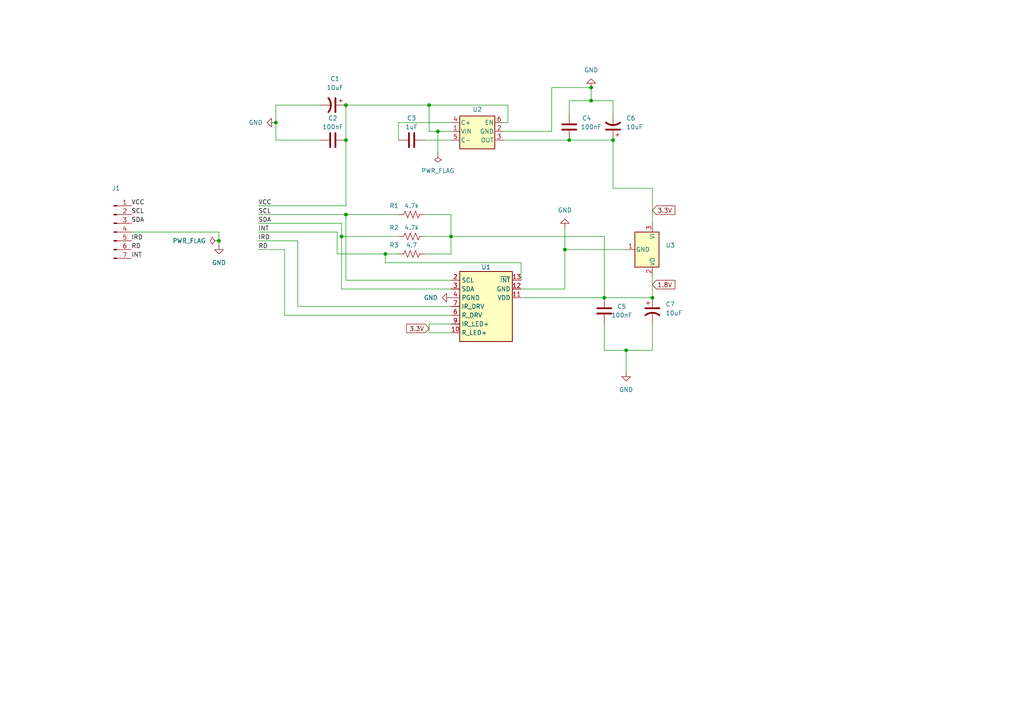
<source format=kicad_sch>
(kicad_sch
	(version 20231120)
	(generator "eeschema")
	(generator_version "8.0")
	(uuid "e4e56c97-01bd-4ae7-a008-900f00dab006")
	(paper "A4")
	(title_block
		(title "Heart Rate Sensor Monitor")
		(date "2024-07-23")
		(company "Prince Lee Muhera")
	)
	(lib_symbols
		(symbol "Connector:Conn_01x07_Pin"
			(pin_names
				(offset 1.016) hide)
			(exclude_from_sim no)
			(in_bom yes)
			(on_board yes)
			(property "Reference" "J"
				(at 0 10.16 0)
				(effects
					(font
						(size 1.27 1.27)
					)
				)
			)
			(property "Value" "Conn_01x07_Pin"
				(at 0 -10.16 0)
				(effects
					(font
						(size 1.27 1.27)
					)
				)
			)
			(property "Footprint" ""
				(at 0 0 0)
				(effects
					(font
						(size 1.27 1.27)
					)
					(hide yes)
				)
			)
			(property "Datasheet" "~"
				(at 0 0 0)
				(effects
					(font
						(size 1.27 1.27)
					)
					(hide yes)
				)
			)
			(property "Description" "Generic connector, single row, 01x07, script generated"
				(at 0 0 0)
				(effects
					(font
						(size 1.27 1.27)
					)
					(hide yes)
				)
			)
			(property "ki_locked" ""
				(at 0 0 0)
				(effects
					(font
						(size 1.27 1.27)
					)
				)
			)
			(property "ki_keywords" "connector"
				(at 0 0 0)
				(effects
					(font
						(size 1.27 1.27)
					)
					(hide yes)
				)
			)
			(property "ki_fp_filters" "Connector*:*_1x??_*"
				(at 0 0 0)
				(effects
					(font
						(size 1.27 1.27)
					)
					(hide yes)
				)
			)
			(symbol "Conn_01x07_Pin_1_1"
				(polyline
					(pts
						(xy 1.27 -7.62) (xy 0.8636 -7.62)
					)
					(stroke
						(width 0.1524)
						(type default)
					)
					(fill
						(type none)
					)
				)
				(polyline
					(pts
						(xy 1.27 -5.08) (xy 0.8636 -5.08)
					)
					(stroke
						(width 0.1524)
						(type default)
					)
					(fill
						(type none)
					)
				)
				(polyline
					(pts
						(xy 1.27 -2.54) (xy 0.8636 -2.54)
					)
					(stroke
						(width 0.1524)
						(type default)
					)
					(fill
						(type none)
					)
				)
				(polyline
					(pts
						(xy 1.27 0) (xy 0.8636 0)
					)
					(stroke
						(width 0.1524)
						(type default)
					)
					(fill
						(type none)
					)
				)
				(polyline
					(pts
						(xy 1.27 2.54) (xy 0.8636 2.54)
					)
					(stroke
						(width 0.1524)
						(type default)
					)
					(fill
						(type none)
					)
				)
				(polyline
					(pts
						(xy 1.27 5.08) (xy 0.8636 5.08)
					)
					(stroke
						(width 0.1524)
						(type default)
					)
					(fill
						(type none)
					)
				)
				(polyline
					(pts
						(xy 1.27 7.62) (xy 0.8636 7.62)
					)
					(stroke
						(width 0.1524)
						(type default)
					)
					(fill
						(type none)
					)
				)
				(rectangle
					(start 0.8636 -7.493)
					(end 0 -7.747)
					(stroke
						(width 0.1524)
						(type default)
					)
					(fill
						(type outline)
					)
				)
				(rectangle
					(start 0.8636 -4.953)
					(end 0 -5.207)
					(stroke
						(width 0.1524)
						(type default)
					)
					(fill
						(type outline)
					)
				)
				(rectangle
					(start 0.8636 -2.413)
					(end 0 -2.667)
					(stroke
						(width 0.1524)
						(type default)
					)
					(fill
						(type outline)
					)
				)
				(rectangle
					(start 0.8636 0.127)
					(end 0 -0.127)
					(stroke
						(width 0.1524)
						(type default)
					)
					(fill
						(type outline)
					)
				)
				(rectangle
					(start 0.8636 2.667)
					(end 0 2.413)
					(stroke
						(width 0.1524)
						(type default)
					)
					(fill
						(type outline)
					)
				)
				(rectangle
					(start 0.8636 5.207)
					(end 0 4.953)
					(stroke
						(width 0.1524)
						(type default)
					)
					(fill
						(type outline)
					)
				)
				(rectangle
					(start 0.8636 7.747)
					(end 0 7.493)
					(stroke
						(width 0.1524)
						(type default)
					)
					(fill
						(type outline)
					)
				)
				(pin passive line
					(at 5.08 7.62 180)
					(length 3.81)
					(name "Pin_1"
						(effects
							(font
								(size 1.27 1.27)
							)
						)
					)
					(number "1"
						(effects
							(font
								(size 1.27 1.27)
							)
						)
					)
				)
				(pin passive line
					(at 5.08 5.08 180)
					(length 3.81)
					(name "Pin_2"
						(effects
							(font
								(size 1.27 1.27)
							)
						)
					)
					(number "2"
						(effects
							(font
								(size 1.27 1.27)
							)
						)
					)
				)
				(pin passive line
					(at 5.08 2.54 180)
					(length 3.81)
					(name "Pin_3"
						(effects
							(font
								(size 1.27 1.27)
							)
						)
					)
					(number "3"
						(effects
							(font
								(size 1.27 1.27)
							)
						)
					)
				)
				(pin passive line
					(at 5.08 0 180)
					(length 3.81)
					(name "Pin_4"
						(effects
							(font
								(size 1.27 1.27)
							)
						)
					)
					(number "4"
						(effects
							(font
								(size 1.27 1.27)
							)
						)
					)
				)
				(pin passive line
					(at 5.08 -2.54 180)
					(length 3.81)
					(name "Pin_5"
						(effects
							(font
								(size 1.27 1.27)
							)
						)
					)
					(number "5"
						(effects
							(font
								(size 1.27 1.27)
							)
						)
					)
				)
				(pin passive line
					(at 5.08 -5.08 180)
					(length 3.81)
					(name "Pin_6"
						(effects
							(font
								(size 1.27 1.27)
							)
						)
					)
					(number "6"
						(effects
							(font
								(size 1.27 1.27)
							)
						)
					)
				)
				(pin passive line
					(at 5.08 -7.62 180)
					(length 3.81)
					(name "Pin_7"
						(effects
							(font
								(size 1.27 1.27)
							)
						)
					)
					(number "7"
						(effects
							(font
								(size 1.27 1.27)
							)
						)
					)
				)
			)
		)
		(symbol "Device:C"
			(pin_numbers hide)
			(pin_names
				(offset 0.254)
			)
			(exclude_from_sim no)
			(in_bom yes)
			(on_board yes)
			(property "Reference" "C"
				(at 0.635 2.54 0)
				(effects
					(font
						(size 1.27 1.27)
					)
					(justify left)
				)
			)
			(property "Value" "C"
				(at 0.635 -2.54 0)
				(effects
					(font
						(size 1.27 1.27)
					)
					(justify left)
				)
			)
			(property "Footprint" ""
				(at 0.9652 -3.81 0)
				(effects
					(font
						(size 1.27 1.27)
					)
					(hide yes)
				)
			)
			(property "Datasheet" "~"
				(at 0 0 0)
				(effects
					(font
						(size 1.27 1.27)
					)
					(hide yes)
				)
			)
			(property "Description" "Unpolarized capacitor"
				(at 0 0 0)
				(effects
					(font
						(size 1.27 1.27)
					)
					(hide yes)
				)
			)
			(property "ki_keywords" "cap capacitor"
				(at 0 0 0)
				(effects
					(font
						(size 1.27 1.27)
					)
					(hide yes)
				)
			)
			(property "ki_fp_filters" "C_*"
				(at 0 0 0)
				(effects
					(font
						(size 1.27 1.27)
					)
					(hide yes)
				)
			)
			(symbol "C_0_1"
				(polyline
					(pts
						(xy -2.032 -0.762) (xy 2.032 -0.762)
					)
					(stroke
						(width 0.508)
						(type default)
					)
					(fill
						(type none)
					)
				)
				(polyline
					(pts
						(xy -2.032 0.762) (xy 2.032 0.762)
					)
					(stroke
						(width 0.508)
						(type default)
					)
					(fill
						(type none)
					)
				)
			)
			(symbol "C_1_1"
				(pin passive line
					(at 0 3.81 270)
					(length 2.794)
					(name "~"
						(effects
							(font
								(size 1.27 1.27)
							)
						)
					)
					(number "1"
						(effects
							(font
								(size 1.27 1.27)
							)
						)
					)
				)
				(pin passive line
					(at 0 -3.81 90)
					(length 2.794)
					(name "~"
						(effects
							(font
								(size 1.27 1.27)
							)
						)
					)
					(number "2"
						(effects
							(font
								(size 1.27 1.27)
							)
						)
					)
				)
			)
		)
		(symbol "Device:C_Polarized_US"
			(pin_numbers hide)
			(pin_names
				(offset 0.254) hide)
			(exclude_from_sim no)
			(in_bom yes)
			(on_board yes)
			(property "Reference" "C"
				(at 0.635 2.54 0)
				(effects
					(font
						(size 1.27 1.27)
					)
					(justify left)
				)
			)
			(property "Value" "C_Polarized_US"
				(at 0.635 -2.54 0)
				(effects
					(font
						(size 1.27 1.27)
					)
					(justify left)
				)
			)
			(property "Footprint" ""
				(at 0 0 0)
				(effects
					(font
						(size 1.27 1.27)
					)
					(hide yes)
				)
			)
			(property "Datasheet" "~"
				(at 0 0 0)
				(effects
					(font
						(size 1.27 1.27)
					)
					(hide yes)
				)
			)
			(property "Description" "Polarized capacitor, US symbol"
				(at 0 0 0)
				(effects
					(font
						(size 1.27 1.27)
					)
					(hide yes)
				)
			)
			(property "ki_keywords" "cap capacitor"
				(at 0 0 0)
				(effects
					(font
						(size 1.27 1.27)
					)
					(hide yes)
				)
			)
			(property "ki_fp_filters" "CP_*"
				(at 0 0 0)
				(effects
					(font
						(size 1.27 1.27)
					)
					(hide yes)
				)
			)
			(symbol "C_Polarized_US_0_1"
				(polyline
					(pts
						(xy -2.032 0.762) (xy 2.032 0.762)
					)
					(stroke
						(width 0.508)
						(type default)
					)
					(fill
						(type none)
					)
				)
				(polyline
					(pts
						(xy -1.778 2.286) (xy -0.762 2.286)
					)
					(stroke
						(width 0)
						(type default)
					)
					(fill
						(type none)
					)
				)
				(polyline
					(pts
						(xy -1.27 1.778) (xy -1.27 2.794)
					)
					(stroke
						(width 0)
						(type default)
					)
					(fill
						(type none)
					)
				)
				(arc
					(start 2.032 -1.27)
					(mid 0 -0.5572)
					(end -2.032 -1.27)
					(stroke
						(width 0.508)
						(type default)
					)
					(fill
						(type none)
					)
				)
			)
			(symbol "C_Polarized_US_1_1"
				(pin passive line
					(at 0 3.81 270)
					(length 2.794)
					(name "~"
						(effects
							(font
								(size 1.27 1.27)
							)
						)
					)
					(number "1"
						(effects
							(font
								(size 1.27 1.27)
							)
						)
					)
				)
				(pin passive line
					(at 0 -3.81 90)
					(length 3.302)
					(name "~"
						(effects
							(font
								(size 1.27 1.27)
							)
						)
					)
					(number "2"
						(effects
							(font
								(size 1.27 1.27)
							)
						)
					)
				)
			)
		)
		(symbol "Device:R_US"
			(pin_numbers hide)
			(pin_names
				(offset 0)
			)
			(exclude_from_sim no)
			(in_bom yes)
			(on_board yes)
			(property "Reference" "R"
				(at 2.54 0 90)
				(effects
					(font
						(size 1.27 1.27)
					)
				)
			)
			(property "Value" "R_US"
				(at -2.54 0 90)
				(effects
					(font
						(size 1.27 1.27)
					)
				)
			)
			(property "Footprint" ""
				(at 1.016 -0.254 90)
				(effects
					(font
						(size 1.27 1.27)
					)
					(hide yes)
				)
			)
			(property "Datasheet" "~"
				(at 0 0 0)
				(effects
					(font
						(size 1.27 1.27)
					)
					(hide yes)
				)
			)
			(property "Description" "Resistor, US symbol"
				(at 0 0 0)
				(effects
					(font
						(size 1.27 1.27)
					)
					(hide yes)
				)
			)
			(property "ki_keywords" "R res resistor"
				(at 0 0 0)
				(effects
					(font
						(size 1.27 1.27)
					)
					(hide yes)
				)
			)
			(property "ki_fp_filters" "R_*"
				(at 0 0 0)
				(effects
					(font
						(size 1.27 1.27)
					)
					(hide yes)
				)
			)
			(symbol "R_US_0_1"
				(polyline
					(pts
						(xy 0 -2.286) (xy 0 -2.54)
					)
					(stroke
						(width 0)
						(type default)
					)
					(fill
						(type none)
					)
				)
				(polyline
					(pts
						(xy 0 2.286) (xy 0 2.54)
					)
					(stroke
						(width 0)
						(type default)
					)
					(fill
						(type none)
					)
				)
				(polyline
					(pts
						(xy 0 -0.762) (xy 1.016 -1.143) (xy 0 -1.524) (xy -1.016 -1.905) (xy 0 -2.286)
					)
					(stroke
						(width 0)
						(type default)
					)
					(fill
						(type none)
					)
				)
				(polyline
					(pts
						(xy 0 0.762) (xy 1.016 0.381) (xy 0 0) (xy -1.016 -0.381) (xy 0 -0.762)
					)
					(stroke
						(width 0)
						(type default)
					)
					(fill
						(type none)
					)
				)
				(polyline
					(pts
						(xy 0 2.286) (xy 1.016 1.905) (xy 0 1.524) (xy -1.016 1.143) (xy 0 0.762)
					)
					(stroke
						(width 0)
						(type default)
					)
					(fill
						(type none)
					)
				)
			)
			(symbol "R_US_1_1"
				(pin passive line
					(at 0 3.81 270)
					(length 1.27)
					(name "~"
						(effects
							(font
								(size 1.27 1.27)
							)
						)
					)
					(number "1"
						(effects
							(font
								(size 1.27 1.27)
							)
						)
					)
				)
				(pin passive line
					(at 0 -3.81 90)
					(length 1.27)
					(name "~"
						(effects
							(font
								(size 1.27 1.27)
							)
						)
					)
					(number "2"
						(effects
							(font
								(size 1.27 1.27)
							)
						)
					)
				)
			)
		)
		(symbol "Regulator_Linear:TLV70028_WSON6"
			(pin_names
				(offset 0.254)
			)
			(exclude_from_sim no)
			(in_bom yes)
			(on_board yes)
			(property "Reference" "U?"
				(at 0 8.89 0)
				(effects
					(font
						(size 1.27 1.27)
					)
				)
			)
			(property "Value" "TLV70028_WSON6"
				(at 0 6.35 0)
				(effects
					(font
						(size 1.27 1.27)
					)
				)
			)
			(property "Footprint" "Package_SON:WSON-6_1.5x1.5mm_P0.5mm"
				(at -0.254 16.256 0)
				(effects
					(font
						(size 1.27 1.27)
						(italic yes)
					)
					(hide yes)
				)
			)
			(property "Datasheet" "http://www.ti.com/lit/ds/symlink/tlv700.pdf"
				(at 0.254 21.082 0)
				(effects
					(font
						(size 1.27 1.27)
					)
					(hide yes)
				)
			)
			(property "Description" "200mA Low Dropout Voltage Regulator, Fixed Output 2.8V, WSON6"
				(at 0.254 19.812 0)
				(effects
					(font
						(size 1.27 1.27)
					)
					(hide yes)
				)
			)
			(property "ki_keywords" "200mA LDO Regulator Fixed Positive"
				(at 0 0 0)
				(effects
					(font
						(size 1.27 1.27)
					)
					(hide yes)
				)
			)
			(property "ki_fp_filters" "WSON*"
				(at 0 0 0)
				(effects
					(font
						(size 1.27 1.27)
					)
					(hide yes)
				)
			)
			(symbol "TLV70028_WSON6_0_1"
				(rectangle
					(start -5.08 4.445)
					(end 5.08 -5.08)
					(stroke
						(width 0.254)
						(type default)
					)
					(fill
						(type background)
					)
				)
			)
			(symbol "TLV70028_WSON6_1_1"
				(pin power_in line
					(at -7.62 0 0)
					(length 2.54)
					(name "VIN"
						(effects
							(font
								(size 1.27 1.27)
							)
						)
					)
					(number "1"
						(effects
							(font
								(size 1.27 1.27)
							)
						)
					)
				)
				(pin power_in line
					(at 7.62 0 180)
					(length 2.54)
					(name "GND"
						(effects
							(font
								(size 1.27 1.27)
							)
						)
					)
					(number "2"
						(effects
							(font
								(size 1.27 1.27)
							)
						)
					)
				)
				(pin power_out line
					(at 7.62 -2.54 180)
					(length 2.54)
					(name "OUT"
						(effects
							(font
								(size 1.27 1.27)
							)
						)
					)
					(number "3"
						(effects
							(font
								(size 1.27 1.27)
							)
						)
					)
				)
				(pin passive line
					(at -7.62 2.54 0)
					(length 2.54)
					(name "C+"
						(effects
							(font
								(size 1.27 1.27)
							)
						)
					)
					(number "4"
						(effects
							(font
								(size 1.27 1.27)
							)
						)
					)
				)
				(pin passive line
					(at -7.62 -2.54 0)
					(length 2.54)
					(name "C-"
						(effects
							(font
								(size 1.27 1.27)
							)
						)
					)
					(number "5"
						(effects
							(font
								(size 1.27 1.27)
							)
						)
					)
				)
				(pin input line
					(at 7.62 2.54 180)
					(length 2.54)
					(name "EN"
						(effects
							(font
								(size 1.27 1.27)
							)
						)
					)
					(number "6"
						(effects
							(font
								(size 1.27 1.27)
							)
						)
					)
				)
			)
		)
		(symbol "Regulator_Linear:TPS7A0512PDBZ"
			(pin_names
				(offset 0.254)
			)
			(exclude_from_sim no)
			(in_bom yes)
			(on_board yes)
			(property "Reference" "U"
				(at -3.81 3.175 0)
				(effects
					(font
						(size 1.27 1.27)
					)
				)
			)
			(property "Value" "TPS7A0512PDBZ"
				(at 0 3.175 0)
				(effects
					(font
						(size 1.27 1.27)
					)
					(justify left)
				)
			)
			(property "Footprint" "Package_TO_SOT_SMD:SOT-23"
				(at 0 5.08 0)
				(effects
					(font
						(size 1.27 1.27)
					)
					(hide yes)
				)
			)
			(property "Datasheet" "https://www.ti.com/lit/ds/symlink/tps7a05.pdf"
				(at 0 -1.27 0)
				(effects
					(font
						(size 1.27 1.27)
					)
					(hide yes)
				)
			)
			(property "Description" "200-mA Ultra-Low-Iq LDO, 1.2V, SOT-23-3"
				(at 0 0 0)
				(effects
					(font
						(size 1.27 1.27)
					)
					(hide yes)
				)
			)
			(property "ki_keywords" "Single Output LDO Low-Iq"
				(at 0 0 0)
				(effects
					(font
						(size 1.27 1.27)
					)
					(hide yes)
				)
			)
			(property "ki_fp_filters" "SOT?23*"
				(at 0 0 0)
				(effects
					(font
						(size 1.27 1.27)
					)
					(hide yes)
				)
			)
			(symbol "TPS7A0512PDBZ_0_1"
				(rectangle
					(start -5.08 -5.08)
					(end 5.08 1.905)
					(stroke
						(width 0.254)
						(type default)
					)
					(fill
						(type background)
					)
				)
			)
			(symbol "TPS7A0512PDBZ_1_1"
				(pin power_in line
					(at 0 -7.62 90)
					(length 2.54)
					(name "GND"
						(effects
							(font
								(size 1.27 1.27)
							)
						)
					)
					(number "1"
						(effects
							(font
								(size 1.27 1.27)
							)
						)
					)
				)
				(pin power_out line
					(at 7.62 0 180)
					(length 2.54)
					(name "VO"
						(effects
							(font
								(size 1.27 1.27)
							)
						)
					)
					(number "2"
						(effects
							(font
								(size 1.27 1.27)
							)
						)
					)
				)
				(pin power_in line
					(at -7.62 0 0)
					(length 2.54)
					(name "VI"
						(effects
							(font
								(size 1.27 1.27)
							)
						)
					)
					(number "3"
						(effects
							(font
								(size 1.27 1.27)
							)
						)
					)
				)
			)
		)
		(symbol "Sensor:MAX30102"
			(exclude_from_sim no)
			(in_bom yes)
			(on_board yes)
			(property "Reference" "U?"
				(at 0.254 13.97 0)
				(effects
					(font
						(size 1.27 1.27)
					)
				)
			)
			(property "Value" "MAX30102"
				(at 0.254 11.43 0)
				(effects
					(font
						(size 1.27 1.27)
					)
				)
			)
			(property "Footprint" "OptoDevice:Maxim_OLGA-14_3.3x5.6mm_P0.8mm"
				(at 39.37 82.296 0)
				(effects
					(font
						(size 1.27 1.27)
					)
					(hide yes)
				)
			)
			(property "Datasheet" "https://datasheets.maximintegrated.com/en/ds/MAX30102.pdf"
				(at 39.37 84.836 0)
				(effects
					(font
						(size 1.27 1.27)
					)
					(hide yes)
				)
			)
			(property "Description" "Heart Rate Sensor, 14-OLGA"
				(at 40.386 79.248 0)
				(effects
					(font
						(size 1.27 1.27)
					)
					(hide yes)
				)
			)
			(property "ki_keywords" "Heart Rate"
				(at 0 0 0)
				(effects
					(font
						(size 1.27 1.27)
					)
					(hide yes)
				)
			)
			(property "ki_fp_filters" "Maxim*OLGA*3.3x5.6mm*P0.8mm*"
				(at 0 0 0)
				(effects
					(font
						(size 1.27 1.27)
					)
					(hide yes)
				)
			)
			(symbol "MAX30102_0_1"
				(rectangle
					(start -7.62 10.16)
					(end 7.62 -10.16)
					(stroke
						(width 0.254)
						(type default)
					)
					(fill
						(type background)
					)
				)
			)
			(symbol "MAX30102_1_1"
				(pin no_connect line
					(at -20.32 17.78 0)
					(length 2.54) hide
					(name "NC"
						(effects
							(font
								(size 1.27 1.27)
							)
						)
					)
					(number "1"
						(effects
							(font
								(size 1.27 1.27)
							)
						)
					)
				)
				(pin passive line
					(at -10.16 -7.62 0)
					(length 2.54)
					(name "R_LED+"
						(effects
							(font
								(size 1.27 1.27)
							)
						)
					)
					(number "10"
						(effects
							(font
								(size 1.27 1.27)
							)
						)
					)
				)
				(pin power_in line
					(at 10.16 2.54 180)
					(length 2.54)
					(name "VDD"
						(effects
							(font
								(size 1.27 1.27)
							)
						)
					)
					(number "11"
						(effects
							(font
								(size 1.27 1.27)
							)
						)
					)
				)
				(pin power_in line
					(at 10.16 5.08 180)
					(length 2.54)
					(name "GND"
						(effects
							(font
								(size 1.27 1.27)
							)
						)
					)
					(number "12"
						(effects
							(font
								(size 1.27 1.27)
							)
						)
					)
				)
				(pin output line
					(at 10.16 7.62 180)
					(length 2.54)
					(name "~{INT}"
						(effects
							(font
								(size 1.27 1.27)
							)
						)
					)
					(number "13"
						(effects
							(font
								(size 1.27 1.27)
							)
						)
					)
				)
				(pin no_connect line
					(at -24.13 13.97 180)
					(length 2.54) hide
					(name "NC"
						(effects
							(font
								(size 1.27 1.27)
							)
						)
					)
					(number "14"
						(effects
							(font
								(size 1.27 1.27)
							)
						)
					)
				)
				(pin input line
					(at -10.16 7.62 0)
					(length 2.54)
					(name "SCL"
						(effects
							(font
								(size 1.27 1.27)
							)
						)
					)
					(number "2"
						(effects
							(font
								(size 1.27 1.27)
							)
						)
					)
				)
				(pin bidirectional line
					(at -10.16 5.08 0)
					(length 2.54)
					(name "SDA"
						(effects
							(font
								(size 1.27 1.27)
							)
						)
					)
					(number "3"
						(effects
							(font
								(size 1.27 1.27)
							)
						)
					)
				)
				(pin power_in line
					(at -10.16 2.54 0)
					(length 2.54)
					(name "PGND"
						(effects
							(font
								(size 1.27 1.27)
							)
						)
					)
					(number "4"
						(effects
							(font
								(size 1.27 1.27)
							)
						)
					)
				)
				(pin no_connect line
					(at -29.21 6.35 180)
					(length 2.54) hide
					(name "NC"
						(effects
							(font
								(size 1.27 1.27)
							)
						)
					)
					(number "5"
						(effects
							(font
								(size 1.27 1.27)
							)
						)
					)
				)
				(pin input line
					(at -10.16 -2.54 0)
					(length 2.54)
					(name "R_DRV"
						(effects
							(font
								(size 1.27 1.27)
							)
						)
					)
					(number "6"
						(effects
							(font
								(size 1.27 1.27)
							)
						)
					)
				)
				(pin input line
					(at -10.16 0 0)
					(length 2.54)
					(name "IR_DRV"
						(effects
							(font
								(size 1.27 1.27)
							)
						)
					)
					(number "7"
						(effects
							(font
								(size 1.27 1.27)
							)
						)
					)
				)
				(pin no_connect line
					(at -26.67 10.16 180)
					(length 2.54) hide
					(name "NC"
						(effects
							(font
								(size 1.27 1.27)
							)
						)
					)
					(number "8"
						(effects
							(font
								(size 1.27 1.27)
							)
						)
					)
				)
				(pin power_in line
					(at -10.16 -5.08 0)
					(length 2.54)
					(name "IR_LED+"
						(effects
							(font
								(size 1.27 1.27)
							)
						)
					)
					(number "9"
						(effects
							(font
								(size 1.27 1.27)
							)
						)
					)
				)
			)
		)
		(symbol "power:GND"
			(power)
			(pin_numbers hide)
			(pin_names
				(offset 0) hide)
			(exclude_from_sim no)
			(in_bom yes)
			(on_board yes)
			(property "Reference" "#PWR"
				(at 0 -6.35 0)
				(effects
					(font
						(size 1.27 1.27)
					)
					(hide yes)
				)
			)
			(property "Value" "GND"
				(at 0 -3.81 0)
				(effects
					(font
						(size 1.27 1.27)
					)
				)
			)
			(property "Footprint" ""
				(at 0 0 0)
				(effects
					(font
						(size 1.27 1.27)
					)
					(hide yes)
				)
			)
			(property "Datasheet" ""
				(at 0 0 0)
				(effects
					(font
						(size 1.27 1.27)
					)
					(hide yes)
				)
			)
			(property "Description" "Power symbol creates a global label with name \"GND\" , ground"
				(at 0 0 0)
				(effects
					(font
						(size 1.27 1.27)
					)
					(hide yes)
				)
			)
			(property "ki_keywords" "global power"
				(at 0 0 0)
				(effects
					(font
						(size 1.27 1.27)
					)
					(hide yes)
				)
			)
			(symbol "GND_0_1"
				(polyline
					(pts
						(xy 0 0) (xy 0 -1.27) (xy 1.27 -1.27) (xy 0 -2.54) (xy -1.27 -1.27) (xy 0 -1.27)
					)
					(stroke
						(width 0)
						(type default)
					)
					(fill
						(type none)
					)
				)
			)
			(symbol "GND_1_1"
				(pin power_in line
					(at 0 0 270)
					(length 0)
					(name "~"
						(effects
							(font
								(size 1.27 1.27)
							)
						)
					)
					(number "1"
						(effects
							(font
								(size 1.27 1.27)
							)
						)
					)
				)
			)
		)
		(symbol "power:PWR_FLAG"
			(power)
			(pin_numbers hide)
			(pin_names
				(offset 0) hide)
			(exclude_from_sim no)
			(in_bom yes)
			(on_board yes)
			(property "Reference" "#FLG"
				(at 0 1.905 0)
				(effects
					(font
						(size 1.27 1.27)
					)
					(hide yes)
				)
			)
			(property "Value" "PWR_FLAG"
				(at 0 3.81 0)
				(effects
					(font
						(size 1.27 1.27)
					)
				)
			)
			(property "Footprint" ""
				(at 0 0 0)
				(effects
					(font
						(size 1.27 1.27)
					)
					(hide yes)
				)
			)
			(property "Datasheet" "~"
				(at 0 0 0)
				(effects
					(font
						(size 1.27 1.27)
					)
					(hide yes)
				)
			)
			(property "Description" "Special symbol for telling ERC where power comes from"
				(at 0 0 0)
				(effects
					(font
						(size 1.27 1.27)
					)
					(hide yes)
				)
			)
			(property "ki_keywords" "flag power"
				(at 0 0 0)
				(effects
					(font
						(size 1.27 1.27)
					)
					(hide yes)
				)
			)
			(symbol "PWR_FLAG_0_0"
				(pin power_out line
					(at 0 0 90)
					(length 0)
					(name "~"
						(effects
							(font
								(size 1.27 1.27)
							)
						)
					)
					(number "1"
						(effects
							(font
								(size 1.27 1.27)
							)
						)
					)
				)
			)
			(symbol "PWR_FLAG_0_1"
				(polyline
					(pts
						(xy 0 0) (xy 0 1.27) (xy -1.016 1.905) (xy 0 2.54) (xy 1.016 1.905) (xy 0 1.27)
					)
					(stroke
						(width 0)
						(type default)
					)
					(fill
						(type none)
					)
				)
			)
		)
	)
	(junction
		(at 100.33 40.64)
		(diameter 0)
		(color 0 0 0 0)
		(uuid "063bc482-1414-4f56-ae43-2cf9edb23262")
	)
	(junction
		(at 99.06 68.58)
		(diameter 0)
		(color 0 0 0 0)
		(uuid "064b77aa-38b6-45d8-a9ca-ab7628231844")
	)
	(junction
		(at 171.45 29.21)
		(diameter 0)
		(color 0 0 0 0)
		(uuid "37d3a74c-175f-46ef-aaa8-e4796ccdda4f")
	)
	(junction
		(at 80.01 35.56)
		(diameter 0)
		(color 0 0 0 0)
		(uuid "5301f1b4-2c46-4805-b118-fe961fb4bbb1")
	)
	(junction
		(at 130.81 68.58)
		(diameter 0)
		(color 0 0 0 0)
		(uuid "538224cd-e156-4e69-aacc-30c426c8daa3")
	)
	(junction
		(at 100.33 30.48)
		(diameter 0)
		(color 0 0 0 0)
		(uuid "56f56703-a0a4-4506-87e3-1ea466d99a93")
	)
	(junction
		(at 177.8 40.64)
		(diameter 0)
		(color 0 0 0 0)
		(uuid "6498f160-5e27-4cbe-be7d-14f6ed7cda94")
	)
	(junction
		(at 175.26 86.36)
		(diameter 0)
		(color 0 0 0 0)
		(uuid "67d5fa9f-7037-4193-aa72-f8db3a179a09")
	)
	(junction
		(at 171.45 25.4)
		(diameter 0)
		(color 0 0 0 0)
		(uuid "6f4ae65e-577d-4ab0-a4b9-24292ff49a3f")
	)
	(junction
		(at 124.46 30.48)
		(diameter 0)
		(color 0 0 0 0)
		(uuid "6fbdf045-1ccf-469e-b186-7b54a9021a2a")
	)
	(junction
		(at 189.23 86.36)
		(diameter 0)
		(color 0 0 0 0)
		(uuid "89b5ab99-affa-4e6b-9851-ed89120f063d")
	)
	(junction
		(at 127 38.1)
		(diameter 0)
		(color 0 0 0 0)
		(uuid "8a638fdf-5863-4c91-adf0-a36f5b9f9ae1")
	)
	(junction
		(at 100.33 62.23)
		(diameter 0)
		(color 0 0 0 0)
		(uuid "9287a363-3048-4e55-8fa9-a0d3507f35b6")
	)
	(junction
		(at 63.5 69.85)
		(diameter 0)
		(color 0 0 0 0)
		(uuid "98990b89-1391-492e-b868-b940f96dee62")
	)
	(junction
		(at 165.1 40.64)
		(diameter 0)
		(color 0 0 0 0)
		(uuid "b01592f2-32cd-421f-a090-739291f3f58c")
	)
	(junction
		(at 181.61 101.6)
		(diameter 0)
		(color 0 0 0 0)
		(uuid "bf2de805-a901-4a20-a4b7-b95cc7682b8e")
	)
	(junction
		(at 163.83 72.39)
		(diameter 0)
		(color 0 0 0 0)
		(uuid "f22f1713-4a90-48a2-a99b-c84ad322416e")
	)
	(junction
		(at 111.76 73.66)
		(diameter 0)
		(color 0 0 0 0)
		(uuid "fd55046a-e1c9-4ca7-9183-da356396ff57")
	)
	(wire
		(pts
			(xy 99.06 83.82) (xy 99.06 68.58)
		)
		(stroke
			(width 0)
			(type default)
		)
		(uuid "01563ec8-18cd-4ce2-bd4b-190cb2439e6b")
	)
	(wire
		(pts
			(xy 82.55 91.44) (xy 82.55 72.39)
		)
		(stroke
			(width 0)
			(type default)
		)
		(uuid "062a30a5-3e7f-4bfd-934a-bfc9796dbdd9")
	)
	(wire
		(pts
			(xy 100.33 30.48) (xy 100.33 40.64)
		)
		(stroke
			(width 0)
			(type default)
		)
		(uuid "094333c5-f0fe-46ca-9a82-192722dbace6")
	)
	(wire
		(pts
			(xy 100.33 62.23) (xy 115.57 62.23)
		)
		(stroke
			(width 0)
			(type default)
		)
		(uuid "11804c7f-1e6e-450c-9333-484c07931d0b")
	)
	(wire
		(pts
			(xy 74.93 62.23) (xy 100.33 62.23)
		)
		(stroke
			(width 0)
			(type default)
		)
		(uuid "141f8418-f7df-421d-ae01-4bcd10546dda")
	)
	(wire
		(pts
			(xy 163.83 72.39) (xy 163.83 66.04)
		)
		(stroke
			(width 0)
			(type default)
		)
		(uuid "15ac95a2-60b8-4843-b254-70c1bd24b195")
	)
	(wire
		(pts
			(xy 189.23 93.98) (xy 189.23 101.6)
		)
		(stroke
			(width 0)
			(type default)
		)
		(uuid "1dd43582-4f68-4df2-9f8b-703450d78335")
	)
	(wire
		(pts
			(xy 177.8 33.02) (xy 177.8 29.21)
		)
		(stroke
			(width 0)
			(type default)
		)
		(uuid "217a3c4d-b554-4018-9ed2-b50fb5faa23f")
	)
	(wire
		(pts
			(xy 177.8 29.21) (xy 171.45 29.21)
		)
		(stroke
			(width 0)
			(type default)
		)
		(uuid "27774aeb-22a6-43d8-83e0-fe9b8ddfdac5")
	)
	(wire
		(pts
			(xy 165.1 29.21) (xy 171.45 29.21)
		)
		(stroke
			(width 0)
			(type default)
		)
		(uuid "2ad5b111-a091-48f6-bd44-49c54fb88c7f")
	)
	(wire
		(pts
			(xy 165.1 33.02) (xy 165.1 29.21)
		)
		(stroke
			(width 0)
			(type default)
		)
		(uuid "2c34cc9b-602a-49ff-b30c-1a7a2f4ad5a3")
	)
	(wire
		(pts
			(xy 63.5 67.31) (xy 63.5 69.85)
		)
		(stroke
			(width 0)
			(type default)
		)
		(uuid "35000031-429c-4d47-bcc9-e7200d0ea745")
	)
	(wire
		(pts
			(xy 146.05 40.64) (xy 165.1 40.64)
		)
		(stroke
			(width 0)
			(type default)
		)
		(uuid "3a4a825f-ff05-48ff-aef0-3d52d91fb37f")
	)
	(wire
		(pts
			(xy 86.36 88.9) (xy 86.36 69.85)
		)
		(stroke
			(width 0)
			(type default)
		)
		(uuid "3ce41afe-5d27-480f-ae27-4992705a8fe9")
	)
	(wire
		(pts
			(xy 160.02 38.1) (xy 160.02 25.4)
		)
		(stroke
			(width 0)
			(type default)
		)
		(uuid "40e8e368-d198-45bc-9fb5-71deba9ec0a8")
	)
	(wire
		(pts
			(xy 74.93 72.39) (xy 82.55 72.39)
		)
		(stroke
			(width 0)
			(type default)
		)
		(uuid "41cac06b-3fda-4491-8888-ed536b93172a")
	)
	(wire
		(pts
			(xy 123.19 40.64) (xy 130.81 40.64)
		)
		(stroke
			(width 0)
			(type default)
		)
		(uuid "49c124a6-49b6-4e95-be61-0132b250754f")
	)
	(wire
		(pts
			(xy 99.06 68.58) (xy 99.06 64.77)
		)
		(stroke
			(width 0)
			(type default)
		)
		(uuid "4cbb5b20-0b1d-440d-aa51-06bde6a7624d")
	)
	(wire
		(pts
			(xy 175.26 86.36) (xy 189.23 86.36)
		)
		(stroke
			(width 0)
			(type default)
		)
		(uuid "54c706ac-aade-433d-a71b-7c2ed2b18d87")
	)
	(wire
		(pts
			(xy 146.05 38.1) (xy 160.02 38.1)
		)
		(stroke
			(width 0)
			(type default)
		)
		(uuid "5826da64-17e5-4ce0-9c70-d09a0afc6a25")
	)
	(wire
		(pts
			(xy 115.57 73.66) (xy 111.76 73.66)
		)
		(stroke
			(width 0)
			(type default)
		)
		(uuid "5caa22f7-aa78-4486-99d2-fa12fd8712b6")
	)
	(wire
		(pts
			(xy 147.32 30.48) (xy 124.46 30.48)
		)
		(stroke
			(width 0)
			(type default)
		)
		(uuid "5f47c74d-ea66-4b4b-b5dd-1b50fbada035")
	)
	(wire
		(pts
			(xy 171.45 29.21) (xy 171.45 25.4)
		)
		(stroke
			(width 0)
			(type default)
		)
		(uuid "5f8b88d1-b2f4-48c7-90d8-fb11d78464db")
	)
	(wire
		(pts
			(xy 189.23 101.6) (xy 181.61 101.6)
		)
		(stroke
			(width 0)
			(type default)
		)
		(uuid "602f2e88-0ab1-4cd6-a70e-464ffaa66365")
	)
	(wire
		(pts
			(xy 175.26 101.6) (xy 181.61 101.6)
		)
		(stroke
			(width 0)
			(type default)
		)
		(uuid "604d08a1-0dec-455e-9d74-912a669f9fc4")
	)
	(wire
		(pts
			(xy 130.81 62.23) (xy 130.81 68.58)
		)
		(stroke
			(width 0)
			(type default)
		)
		(uuid "62732b4a-8565-4af9-83df-dd413d9bda30")
	)
	(wire
		(pts
			(xy 130.81 68.58) (xy 130.81 73.66)
		)
		(stroke
			(width 0)
			(type default)
		)
		(uuid "6339cd77-ef03-48f3-9a27-d11f285d8a4a")
	)
	(wire
		(pts
			(xy 189.23 80.01) (xy 189.23 86.36)
		)
		(stroke
			(width 0)
			(type default)
		)
		(uuid "6413a337-3677-4eb0-bd47-d0d47a3ed815")
	)
	(wire
		(pts
			(xy 189.23 54.61) (xy 177.8 54.61)
		)
		(stroke
			(width 0)
			(type default)
		)
		(uuid "67f912ba-b825-494b-832b-21adec78c670")
	)
	(wire
		(pts
			(xy 181.61 101.6) (xy 181.61 107.95)
		)
		(stroke
			(width 0)
			(type default)
		)
		(uuid "680c8910-9ad1-4e70-9180-7146588672ce")
	)
	(wire
		(pts
			(xy 175.26 68.58) (xy 130.81 68.58)
		)
		(stroke
			(width 0)
			(type default)
		)
		(uuid "6858c5b6-f501-46d1-bfc3-85c5ab8b43d1")
	)
	(wire
		(pts
			(xy 100.33 59.69) (xy 100.33 40.64)
		)
		(stroke
			(width 0)
			(type default)
		)
		(uuid "6a8ff382-1a07-42b4-8ca6-4f0221ce9af7")
	)
	(wire
		(pts
			(xy 175.26 86.36) (xy 175.26 68.58)
		)
		(stroke
			(width 0)
			(type default)
		)
		(uuid "6f0dadec-9549-42cd-9da5-74ea7327aeb3")
	)
	(wire
		(pts
			(xy 127 38.1) (xy 124.46 38.1)
		)
		(stroke
			(width 0)
			(type default)
		)
		(uuid "7408cfe6-ee06-4c21-844d-d48d77020411")
	)
	(wire
		(pts
			(xy 80.01 40.64) (xy 92.71 40.64)
		)
		(stroke
			(width 0)
			(type default)
		)
		(uuid "74c076b5-6164-4552-8384-b4a735e8940e")
	)
	(wire
		(pts
			(xy 123.19 68.58) (xy 130.81 68.58)
		)
		(stroke
			(width 0)
			(type default)
		)
		(uuid "7a330e60-acb2-4e0f-9bf2-dc5fb9690aab")
	)
	(wire
		(pts
			(xy 80.01 35.56) (xy 80.01 40.64)
		)
		(stroke
			(width 0)
			(type default)
		)
		(uuid "7cbf9708-327d-4081-a2ec-8c618d4dcde7")
	)
	(wire
		(pts
			(xy 115.57 35.56) (xy 130.81 35.56)
		)
		(stroke
			(width 0)
			(type default)
		)
		(uuid "86fe9d90-611c-4061-b315-fafa4088ae2b")
	)
	(wire
		(pts
			(xy 151.13 86.36) (xy 175.26 86.36)
		)
		(stroke
			(width 0)
			(type default)
		)
		(uuid "885aed32-6cff-43c7-bbde-19d87c01fa5b")
	)
	(wire
		(pts
			(xy 74.93 59.69) (xy 100.33 59.69)
		)
		(stroke
			(width 0)
			(type default)
		)
		(uuid "8a874055-1b73-4a60-99bf-fe60fab308f4")
	)
	(wire
		(pts
			(xy 124.46 93.98) (xy 130.81 93.98)
		)
		(stroke
			(width 0)
			(type default)
		)
		(uuid "8ee8b417-e66a-4059-805d-8f5e4879bd3b")
	)
	(wire
		(pts
			(xy 151.13 76.2) (xy 111.76 76.2)
		)
		(stroke
			(width 0)
			(type default)
		)
		(uuid "940a10ee-9572-4ff8-9f38-0b8e171c88c8")
	)
	(wire
		(pts
			(xy 151.13 83.82) (xy 163.83 83.82)
		)
		(stroke
			(width 0)
			(type default)
		)
		(uuid "96c3cf11-e513-4d6c-a958-3dc22ba412c0")
	)
	(wire
		(pts
			(xy 163.83 72.39) (xy 181.61 72.39)
		)
		(stroke
			(width 0)
			(type default)
		)
		(uuid "9ce5d798-f8bc-46ea-a577-7396e7bdf696")
	)
	(wire
		(pts
			(xy 86.36 69.85) (xy 74.93 69.85)
		)
		(stroke
			(width 0)
			(type default)
		)
		(uuid "9e125014-3da5-44cb-9c25-d2625cdc8c97")
	)
	(wire
		(pts
			(xy 124.46 93.98) (xy 124.46 96.52)
		)
		(stroke
			(width 0)
			(type default)
		)
		(uuid "a5785706-47ed-4976-8233-4c25746a02da")
	)
	(wire
		(pts
			(xy 92.71 30.48) (xy 80.01 30.48)
		)
		(stroke
			(width 0)
			(type default)
		)
		(uuid "a610a7c6-fa6f-44eb-a131-c1846992f558")
	)
	(wire
		(pts
			(xy 175.26 93.98) (xy 175.26 101.6)
		)
		(stroke
			(width 0)
			(type default)
		)
		(uuid "aab56dac-3300-40af-978b-78f1125d089f")
	)
	(wire
		(pts
			(xy 127 44.45) (xy 127 38.1)
		)
		(stroke
			(width 0)
			(type default)
		)
		(uuid "ab2bf80e-59f6-46e2-9577-1477da5d2036")
	)
	(wire
		(pts
			(xy 111.76 73.66) (xy 97.79 73.66)
		)
		(stroke
			(width 0)
			(type default)
		)
		(uuid "b4809383-1dd9-4dad-bc4e-687b0a4787cc")
	)
	(wire
		(pts
			(xy 124.46 30.48) (xy 100.33 30.48)
		)
		(stroke
			(width 0)
			(type default)
		)
		(uuid "b4a2e633-970c-4540-afe8-2d1164180bdb")
	)
	(wire
		(pts
			(xy 146.05 35.56) (xy 147.32 35.56)
		)
		(stroke
			(width 0)
			(type default)
		)
		(uuid "b51ca238-ca47-4c81-a5fd-f5c1758a7255")
	)
	(wire
		(pts
			(xy 123.19 62.23) (xy 130.81 62.23)
		)
		(stroke
			(width 0)
			(type default)
		)
		(uuid "b51ed3ff-3211-4786-926b-306b22c55cf7")
	)
	(wire
		(pts
			(xy 163.83 83.82) (xy 163.83 72.39)
		)
		(stroke
			(width 0)
			(type default)
		)
		(uuid "b74c9720-9c3c-47bd-b4f2-a84f4f4720ff")
	)
	(wire
		(pts
			(xy 124.46 38.1) (xy 124.46 30.48)
		)
		(stroke
			(width 0)
			(type default)
		)
		(uuid "b7d0c579-0bac-4315-a39b-70c698c6fb04")
	)
	(wire
		(pts
			(xy 97.79 67.31) (xy 74.93 67.31)
		)
		(stroke
			(width 0)
			(type default)
		)
		(uuid "b800f34f-2d63-4094-b71a-4b5826d23558")
	)
	(wire
		(pts
			(xy 115.57 68.58) (xy 99.06 68.58)
		)
		(stroke
			(width 0)
			(type default)
		)
		(uuid "be9ac326-1df5-442e-b011-44e97cad8e2f")
	)
	(wire
		(pts
			(xy 97.79 73.66) (xy 97.79 67.31)
		)
		(stroke
			(width 0)
			(type default)
		)
		(uuid "c222faf2-f089-46a3-acd6-3aa512bb6d31")
	)
	(wire
		(pts
			(xy 160.02 25.4) (xy 171.45 25.4)
		)
		(stroke
			(width 0)
			(type default)
		)
		(uuid "c339ed50-f416-4241-ae8c-7301970a9b5a")
	)
	(wire
		(pts
			(xy 130.81 38.1) (xy 127 38.1)
		)
		(stroke
			(width 0)
			(type default)
		)
		(uuid "c413d173-5488-4550-95f2-4766d5c0ca91")
	)
	(wire
		(pts
			(xy 80.01 30.48) (xy 80.01 35.56)
		)
		(stroke
			(width 0)
			(type default)
		)
		(uuid "c73a145f-2aa2-477a-b9fe-3581510a8590")
	)
	(wire
		(pts
			(xy 130.81 83.82) (xy 99.06 83.82)
		)
		(stroke
			(width 0)
			(type default)
		)
		(uuid "cf1eafb5-f2ff-4f2b-b495-0f262bdaf26d")
	)
	(wire
		(pts
			(xy 130.81 91.44) (xy 82.55 91.44)
		)
		(stroke
			(width 0)
			(type default)
		)
		(uuid "d2672710-e8f7-4f60-a7d9-ddeebaf65be6")
	)
	(wire
		(pts
			(xy 115.57 40.64) (xy 115.57 35.56)
		)
		(stroke
			(width 0)
			(type default)
		)
		(uuid "d782e86b-9244-4d7b-b637-e8be8023ac9d")
	)
	(wire
		(pts
			(xy 130.81 88.9) (xy 86.36 88.9)
		)
		(stroke
			(width 0)
			(type default)
		)
		(uuid "d7eee2f8-3fa8-419a-aedf-f80666c351ec")
	)
	(wire
		(pts
			(xy 147.32 35.56) (xy 147.32 30.48)
		)
		(stroke
			(width 0)
			(type default)
		)
		(uuid "d809a50f-b8bc-40dd-bada-74ab11f3a8ff")
	)
	(wire
		(pts
			(xy 177.8 54.61) (xy 177.8 40.64)
		)
		(stroke
			(width 0)
			(type default)
		)
		(uuid "d90e16b0-fb4e-4bf0-9027-4a4e27d27a92")
	)
	(wire
		(pts
			(xy 100.33 81.28) (xy 100.33 62.23)
		)
		(stroke
			(width 0)
			(type default)
		)
		(uuid "d9c838a5-355c-4c2b-8a66-cfe6a66f256f")
	)
	(wire
		(pts
			(xy 130.81 81.28) (xy 100.33 81.28)
		)
		(stroke
			(width 0)
			(type default)
		)
		(uuid "ddcaf22d-1877-4fe3-8b7a-bd10f93e617f")
	)
	(wire
		(pts
			(xy 63.5 71.12) (xy 63.5 69.85)
		)
		(stroke
			(width 0)
			(type default)
		)
		(uuid "df3f2a92-c0b2-4f94-9160-5b47d02924c2")
	)
	(wire
		(pts
			(xy 130.81 73.66) (xy 123.19 73.66)
		)
		(stroke
			(width 0)
			(type default)
		)
		(uuid "e70688fd-b5c3-46b5-9236-c6c90d5a00df")
	)
	(wire
		(pts
			(xy 189.23 54.61) (xy 189.23 64.77)
		)
		(stroke
			(width 0)
			(type default)
		)
		(uuid "e73d4f95-a525-47d8-bdae-441c4af68c09")
	)
	(wire
		(pts
			(xy 111.76 76.2) (xy 111.76 73.66)
		)
		(stroke
			(width 0)
			(type default)
		)
		(uuid "eb686414-5695-4dfa-a8b6-ab1810f4734c")
	)
	(wire
		(pts
			(xy 38.1 67.31) (xy 63.5 67.31)
		)
		(stroke
			(width 0)
			(type default)
		)
		(uuid "f6d3ba1d-b1be-4264-870f-e997c2af99e5")
	)
	(wire
		(pts
			(xy 99.06 64.77) (xy 74.93 64.77)
		)
		(stroke
			(width 0)
			(type default)
		)
		(uuid "f8486e6b-4b6f-4271-8c9e-2cbe5d1e49bc")
	)
	(wire
		(pts
			(xy 151.13 81.28) (xy 151.13 76.2)
		)
		(stroke
			(width 0)
			(type default)
		)
		(uuid "fbc2d665-1ebd-48a3-9c59-e27f9e98265a")
	)
	(wire
		(pts
			(xy 130.81 96.52) (xy 124.46 96.52)
		)
		(stroke
			(width 0)
			(type default)
		)
		(uuid "fbfe1073-72de-47cd-b1bb-7ed6b51d74cc")
	)
	(wire
		(pts
			(xy 165.1 40.64) (xy 177.8 40.64)
		)
		(stroke
			(width 0)
			(type default)
		)
		(uuid "fef3c707-a92c-422e-8f35-b58c340a3600")
	)
	(label "IRD"
		(at 74.93 69.85 0)
		(fields_autoplaced yes)
		(effects
			(font
				(size 1.27 1.27)
			)
			(justify left bottom)
		)
		(uuid "0e0cd761-87b5-49bb-8f56-b62d034f91dd")
	)
	(label "SDA"
		(at 74.93 64.77 0)
		(fields_autoplaced yes)
		(effects
			(font
				(size 1.27 1.27)
			)
			(justify left bottom)
		)
		(uuid "1ba1563b-cb1e-4bdc-bb1c-1d3061f2b221")
	)
	(label "VCC"
		(at 74.93 59.69 0)
		(fields_autoplaced yes)
		(effects
			(font
				(size 1.27 1.27)
			)
			(justify left bottom)
		)
		(uuid "1fd9dd4b-155a-4f80-b480-d2fe2f85bc92")
	)
	(label "RD"
		(at 74.93 72.39 0)
		(fields_autoplaced yes)
		(effects
			(font
				(size 1.27 1.27)
			)
			(justify left bottom)
		)
		(uuid "3f18a14c-20d9-46a8-8aa7-802deb1c669f")
	)
	(label "INT"
		(at 38.1 74.93 0)
		(fields_autoplaced yes)
		(effects
			(font
				(size 1.27 1.27)
			)
			(justify left bottom)
		)
		(uuid "4889af2c-b18d-4e9f-8a47-df5f6d485719")
	)
	(label "SCL"
		(at 74.93 62.23 0)
		(fields_autoplaced yes)
		(effects
			(font
				(size 1.27 1.27)
			)
			(justify left bottom)
		)
		(uuid "4c453889-a059-4905-bd73-7da5433dec9a")
	)
	(label "RD"
		(at 38.1 72.39 0)
		(fields_autoplaced yes)
		(effects
			(font
				(size 1.27 1.27)
			)
			(justify left bottom)
		)
		(uuid "4e73b7d9-625c-4e15-ae24-e14a654921c6")
	)
	(label "IRD"
		(at 38.1 69.85 0)
		(fields_autoplaced yes)
		(effects
			(font
				(size 1.27 1.27)
			)
			(justify left bottom)
		)
		(uuid "7ab5fe2f-80ed-4260-8639-9c30ba2de1f5")
	)
	(label "SDA"
		(at 38.1 64.77 0)
		(fields_autoplaced yes)
		(effects
			(font
				(size 1.27 1.27)
			)
			(justify left bottom)
		)
		(uuid "baf81fc9-ed0a-4529-9d8d-c5b6241b1788")
	)
	(label "VCC"
		(at 38.1 59.69 0)
		(fields_autoplaced yes)
		(effects
			(font
				(size 1.27 1.27)
			)
			(justify left bottom)
		)
		(uuid "d4b951f7-798e-488e-8a61-77e499e949cd")
	)
	(label "INT"
		(at 74.93 67.31 0)
		(fields_autoplaced yes)
		(effects
			(font
				(size 1.27 1.27)
			)
			(justify left bottom)
		)
		(uuid "ec82c307-094d-4c54-be60-2c39ee671b7c")
	)
	(label "SCL"
		(at 38.1 62.23 0)
		(fields_autoplaced yes)
		(effects
			(font
				(size 1.27 1.27)
			)
			(justify left bottom)
		)
		(uuid "fe375b93-9a6f-445b-9892-2daf1221755a")
	)
	(global_label "3.3V"
		(shape input)
		(at 124.46 95.25 180)
		(fields_autoplaced yes)
		(effects
			(font
				(size 1.27 1.27)
			)
			(justify right)
		)
		(uuid "234d8918-7a89-46c6-a02d-f096d1c301e6")
		(property "Intersheetrefs" "${INTERSHEET_REFS}"
			(at 117.3624 95.25 0)
			(effects
				(font
					(size 1.27 1.27)
				)
				(justify right)
				(hide yes)
			)
		)
	)
	(global_label "3.3V"
		(shape input)
		(at 189.23 60.96 0)
		(fields_autoplaced yes)
		(effects
			(font
				(size 1.27 1.27)
			)
			(justify left)
		)
		(uuid "58834cbf-aea4-4a45-9448-fba6f5a8ac4f")
		(property "Intersheetrefs" "${INTERSHEET_REFS}"
			(at 196.3276 60.96 0)
			(effects
				(font
					(size 1.27 1.27)
				)
				(justify left)
				(hide yes)
			)
		)
	)
	(global_label "1.8V"
		(shape input)
		(at 189.23 82.55 0)
		(fields_autoplaced yes)
		(effects
			(font
				(size 1.27 1.27)
			)
			(justify left)
		)
		(uuid "7c6460fe-1dec-43ed-a812-8adb203e8ada")
		(property "Intersheetrefs" "${INTERSHEET_REFS}"
			(at 196.3276 82.55 0)
			(effects
				(font
					(size 1.27 1.27)
				)
				(justify left)
				(hide yes)
			)
		)
	)
	(symbol
		(lib_id "power:PWR_FLAG")
		(at 127 44.45 180)
		(unit 1)
		(exclude_from_sim no)
		(in_bom yes)
		(on_board yes)
		(dnp no)
		(fields_autoplaced yes)
		(uuid "02663185-7497-40c2-b0ae-c04c2cbc5375")
		(property "Reference" "#FLG02"
			(at 127 46.355 0)
			(effects
				(font
					(size 1.27 1.27)
				)
				(hide yes)
			)
		)
		(property "Value" "PWR_FLAG"
			(at 127 49.53 0)
			(effects
				(font
					(size 1.27 1.27)
				)
			)
		)
		(property "Footprint" ""
			(at 127 44.45 0)
			(effects
				(font
					(size 1.27 1.27)
				)
				(hide yes)
			)
		)
		(property "Datasheet" "~"
			(at 127 44.45 0)
			(effects
				(font
					(size 1.27 1.27)
				)
				(hide yes)
			)
		)
		(property "Description" "Special symbol for telling ERC where power comes from"
			(at 127 44.45 0)
			(effects
				(font
					(size 1.27 1.27)
				)
				(hide yes)
			)
		)
		(pin "1"
			(uuid "78e24b3a-18f4-4a1c-8271-a803edd38468")
		)
		(instances
			(project ""
				(path "/e4e56c97-01bd-4ae7-a008-900f00dab006"
					(reference "#FLG02")
					(unit 1)
				)
			)
		)
	)
	(symbol
		(lib_id "power:GND")
		(at 163.83 66.04 180)
		(unit 1)
		(exclude_from_sim no)
		(in_bom yes)
		(on_board yes)
		(dnp no)
		(fields_autoplaced yes)
		(uuid "0859a315-f94c-47b0-a059-db780319230a")
		(property "Reference" "#PWR03"
			(at 163.83 59.69 0)
			(effects
				(font
					(size 1.27 1.27)
				)
				(hide yes)
			)
		)
		(property "Value" "GND"
			(at 163.83 60.96 0)
			(effects
				(font
					(size 1.27 1.27)
				)
			)
		)
		(property "Footprint" ""
			(at 163.83 66.04 0)
			(effects
				(font
					(size 1.27 1.27)
				)
				(hide yes)
			)
		)
		(property "Datasheet" ""
			(at 163.83 66.04 0)
			(effects
				(font
					(size 1.27 1.27)
				)
				(hide yes)
			)
		)
		(property "Description" "Power symbol creates a global label with name \"GND\" , ground"
			(at 163.83 66.04 0)
			(effects
				(font
					(size 1.27 1.27)
				)
				(hide yes)
			)
		)
		(pin "1"
			(uuid "3d1f414e-da51-459e-84c4-9bd5280dc2fd")
		)
		(instances
			(project "Heart Rate Sensor Monitor"
				(path "/e4e56c97-01bd-4ae7-a008-900f00dab006"
					(reference "#PWR03")
					(unit 1)
				)
			)
		)
	)
	(symbol
		(lib_id "Device:R_US")
		(at 119.38 62.23 90)
		(unit 1)
		(exclude_from_sim no)
		(in_bom yes)
		(on_board yes)
		(dnp no)
		(uuid "1147a968-50dc-4570-be35-60a75160e2f5")
		(property "Reference" "R1"
			(at 114.3 59.69 90)
			(effects
				(font
					(size 1.27 1.27)
				)
			)
		)
		(property "Value" "4.7k"
			(at 119.38 59.69 90)
			(effects
				(font
					(size 1.27 1.27)
				)
			)
		)
		(property "Footprint" "Resistor_SMD:R_0201_0603Metric"
			(at 119.634 61.214 90)
			(effects
				(font
					(size 1.27 1.27)
				)
				(hide yes)
			)
		)
		(property "Datasheet" "~"
			(at 119.38 62.23 0)
			(effects
				(font
					(size 1.27 1.27)
				)
				(hide yes)
			)
		)
		(property "Description" "Resistor, US symbol"
			(at 119.38 62.23 0)
			(effects
				(font
					(size 1.27 1.27)
				)
				(hide yes)
			)
		)
		(pin "1"
			(uuid "9e7fa28f-abc9-4422-82f2-e1d0ad741910")
		)
		(pin "2"
			(uuid "69933273-9ad4-440e-a9f6-ebfec8accd14")
		)
		(instances
			(project ""
				(path "/e4e56c97-01bd-4ae7-a008-900f00dab006"
					(reference "R1")
					(unit 1)
				)
			)
		)
	)
	(symbol
		(lib_id "Device:C")
		(at 175.26 90.17 180)
		(unit 1)
		(exclude_from_sim no)
		(in_bom yes)
		(on_board yes)
		(dnp no)
		(uuid "23f7092e-189a-4709-b77c-0784b306c637")
		(property "Reference" "C5"
			(at 180.34 88.9 0)
			(effects
				(font
					(size 1.27 1.27)
				)
			)
		)
		(property "Value" "100nF"
			(at 180.34 91.44 0)
			(effects
				(font
					(size 1.27 1.27)
				)
			)
		)
		(property "Footprint" "Capacitor_SMD:C_0201_0603Metric"
			(at 174.2948 86.36 0)
			(effects
				(font
					(size 1.27 1.27)
				)
				(hide yes)
			)
		)
		(property "Datasheet" "~"
			(at 175.26 90.17 0)
			(effects
				(font
					(size 1.27 1.27)
				)
				(hide yes)
			)
		)
		(property "Description" "Unpolarized capacitor"
			(at 175.26 90.17 0)
			(effects
				(font
					(size 1.27 1.27)
				)
				(hide yes)
			)
		)
		(pin "1"
			(uuid "7eb0524d-85d9-4fcd-a566-246386bc6e27")
		)
		(pin "2"
			(uuid "e7e7ee89-0427-4fc7-9c15-89611ae26f92")
		)
		(instances
			(project "Heart Rate Sensor Monitor"
				(path "/e4e56c97-01bd-4ae7-a008-900f00dab006"
					(reference "C5")
					(unit 1)
				)
			)
		)
	)
	(symbol
		(lib_id "Regulator_Linear:TPS7A0512PDBZ")
		(at 189.23 72.39 270)
		(unit 1)
		(exclude_from_sim no)
		(in_bom yes)
		(on_board yes)
		(dnp no)
		(fields_autoplaced yes)
		(uuid "4c0fcb55-5132-4037-8cbe-3d6494aea70f")
		(property "Reference" "U3"
			(at 193.04 71.1199 90)
			(effects
				(font
					(size 1.27 1.27)
				)
				(justify left)
			)
		)
		(property "Value" "TPS7A0512PDBZ"
			(at 193.04 73.6599 90)
			(effects
				(font
					(size 1.27 1.27)
				)
				(justify left)
				(hide yes)
			)
		)
		(property "Footprint" "Package_TO_SOT_SMD:SOT-23"
			(at 194.31 72.39 0)
			(effects
				(font
					(size 1.27 1.27)
				)
				(hide yes)
			)
		)
		(property "Datasheet" "https://www.ti.com/lit/ds/symlink/tps7a05.pdf"
			(at 187.96 72.39 0)
			(effects
				(font
					(size 1.27 1.27)
				)
				(hide yes)
			)
		)
		(property "Description" "200-mA Ultra-Low-Iq LDO, 1.2V, SOT-23-3"
			(at 189.23 72.39 0)
			(effects
				(font
					(size 1.27 1.27)
				)
				(hide yes)
			)
		)
		(pin "2"
			(uuid "d1090d1f-66cd-41f0-8a95-3c1382925742")
		)
		(pin "1"
			(uuid "32b9b912-4b7c-4ebe-9584-15166aa356d0")
		)
		(pin "3"
			(uuid "725623b3-c3fa-41e9-9df7-fdc470e5afb8")
		)
		(instances
			(project ""
				(path "/e4e56c97-01bd-4ae7-a008-900f00dab006"
					(reference "U3")
					(unit 1)
				)
			)
		)
	)
	(symbol
		(lib_id "Device:C")
		(at 96.52 40.64 90)
		(unit 1)
		(exclude_from_sim no)
		(in_bom yes)
		(on_board yes)
		(dnp no)
		(uuid "529825dd-0160-4749-b8ff-a0ee9229d06e")
		(property "Reference" "C2"
			(at 96.52 34.29 90)
			(effects
				(font
					(size 1.27 1.27)
				)
			)
		)
		(property "Value" "100nF"
			(at 96.52 36.83 90)
			(effects
				(font
					(size 1.27 1.27)
				)
			)
		)
		(property "Footprint" "Capacitor_SMD:C_0201_0603Metric"
			(at 100.33 39.6748 0)
			(effects
				(font
					(size 1.27 1.27)
				)
				(hide yes)
			)
		)
		(property "Datasheet" "~"
			(at 96.52 40.64 0)
			(effects
				(font
					(size 1.27 1.27)
				)
				(hide yes)
			)
		)
		(property "Description" "Unpolarized capacitor"
			(at 96.52 40.64 0)
			(effects
				(font
					(size 1.27 1.27)
				)
				(hide yes)
			)
		)
		(pin "1"
			(uuid "56376690-f10b-4654-b6ff-081e3e9428b0")
		)
		(pin "2"
			(uuid "d2c7671c-471c-4827-85cf-27b34fe3465d")
		)
		(instances
			(project ""
				(path "/e4e56c97-01bd-4ae7-a008-900f00dab006"
					(reference "C2")
					(unit 1)
				)
			)
		)
	)
	(symbol
		(lib_id "Regulator_Linear:TLV70028_WSON6")
		(at 138.43 38.1 0)
		(unit 1)
		(exclude_from_sim no)
		(in_bom yes)
		(on_board yes)
		(dnp no)
		(uuid "54469c0d-ae0a-4f44-ab07-77ed698b1055")
		(property "Reference" "U2"
			(at 138.43 31.75 0)
			(effects
				(font
					(size 1.27 1.27)
				)
			)
		)
		(property "Value" "TLV70028_WSON6"
			(at 138.43 31.75 0)
			(effects
				(font
					(size 1.27 1.27)
				)
				(hide yes)
			)
		)
		(property "Footprint" "Package_SON:WSON-6_1.5x1.5mm_P0.5mm"
			(at 138.176 21.844 0)
			(effects
				(font
					(size 1.27 1.27)
					(italic yes)
				)
				(hide yes)
			)
		)
		(property "Datasheet" "http://www.ti.com/lit/ds/symlink/tlv700.pdf"
			(at 138.684 17.018 0)
			(effects
				(font
					(size 1.27 1.27)
				)
				(hide yes)
			)
		)
		(property "Description" "200mA Low Dropout Voltage Regulator, Fixed Output 2.8V, WSON6"
			(at 138.684 18.288 0)
			(effects
				(font
					(size 1.27 1.27)
				)
				(hide yes)
			)
		)
		(pin "2"
			(uuid "40dc2b17-b174-42a8-867a-f32d0d5ddbe6")
		)
		(pin "6"
			(uuid "27d5971a-edee-484f-9099-1b32a7adc9dd")
		)
		(pin "3"
			(uuid "ba14851b-d2ae-45c1-a4af-4af21606e1d1")
		)
		(pin "4"
			(uuid "2892d564-2d14-4d75-908c-e16dde43f120")
		)
		(pin "1"
			(uuid "79f365ae-2650-4159-b230-eb0fce23cd2d")
		)
		(pin "5"
			(uuid "80f9b7c9-6872-4424-81a5-b09039a56cab")
		)
		(instances
			(project ""
				(path "/e4e56c97-01bd-4ae7-a008-900f00dab006"
					(reference "U2")
					(unit 1)
				)
			)
		)
	)
	(symbol
		(lib_id "power:GND")
		(at 171.45 25.4 180)
		(unit 1)
		(exclude_from_sim no)
		(in_bom yes)
		(on_board yes)
		(dnp no)
		(fields_autoplaced yes)
		(uuid "5b4ae94f-65c7-40cd-a194-db684c2eba14")
		(property "Reference" "#PWR04"
			(at 171.45 19.05 0)
			(effects
				(font
					(size 1.27 1.27)
				)
				(hide yes)
			)
		)
		(property "Value" "GND"
			(at 171.45 20.32 0)
			(effects
				(font
					(size 1.27 1.27)
				)
			)
		)
		(property "Footprint" ""
			(at 171.45 25.4 0)
			(effects
				(font
					(size 1.27 1.27)
				)
				(hide yes)
			)
		)
		(property "Datasheet" ""
			(at 171.45 25.4 0)
			(effects
				(font
					(size 1.27 1.27)
				)
				(hide yes)
			)
		)
		(property "Description" "Power symbol creates a global label with name \"GND\" , ground"
			(at 171.45 25.4 0)
			(effects
				(font
					(size 1.27 1.27)
				)
				(hide yes)
			)
		)
		(pin "1"
			(uuid "90fdc364-c723-49fd-a85d-2e8b909fa65a")
		)
		(instances
			(project "Heart Rate Sensor Monitor"
				(path "/e4e56c97-01bd-4ae7-a008-900f00dab006"
					(reference "#PWR04")
					(unit 1)
				)
			)
		)
	)
	(symbol
		(lib_id "power:PWR_FLAG")
		(at 63.5 69.85 90)
		(unit 1)
		(exclude_from_sim no)
		(in_bom yes)
		(on_board yes)
		(dnp no)
		(fields_autoplaced yes)
		(uuid "730584f7-04c0-4801-80e7-07d4ef635076")
		(property "Reference" "#FLG01"
			(at 61.595 69.85 0)
			(effects
				(font
					(size 1.27 1.27)
				)
				(hide yes)
			)
		)
		(property "Value" "PWR_FLAG"
			(at 59.69 69.8499 90)
			(effects
				(font
					(size 1.27 1.27)
				)
				(justify left)
			)
		)
		(property "Footprint" ""
			(at 63.5 69.85 0)
			(effects
				(font
					(size 1.27 1.27)
				)
				(hide yes)
			)
		)
		(property "Datasheet" "~"
			(at 63.5 69.85 0)
			(effects
				(font
					(size 1.27 1.27)
				)
				(hide yes)
			)
		)
		(property "Description" "Special symbol for telling ERC where power comes from"
			(at 63.5 69.85 0)
			(effects
				(font
					(size 1.27 1.27)
				)
				(hide yes)
			)
		)
		(pin "1"
			(uuid "a3f6722d-7801-4e85-83a0-65e36218043c")
		)
		(instances
			(project ""
				(path "/e4e56c97-01bd-4ae7-a008-900f00dab006"
					(reference "#FLG01")
					(unit 1)
				)
			)
		)
	)
	(symbol
		(lib_id "Device:R_US")
		(at 119.38 73.66 90)
		(unit 1)
		(exclude_from_sim no)
		(in_bom yes)
		(on_board yes)
		(dnp no)
		(uuid "804b83db-91bb-4281-ae2d-412efeee9b3b")
		(property "Reference" "R3"
			(at 114.3 71.12 90)
			(effects
				(font
					(size 1.27 1.27)
				)
			)
		)
		(property "Value" "4.7"
			(at 119.38 71.12 90)
			(effects
				(font
					(size 1.27 1.27)
				)
			)
		)
		(property "Footprint" "Resistor_SMD:R_0201_0603Metric"
			(at 119.634 72.644 90)
			(effects
				(font
					(size 1.27 1.27)
				)
				(hide yes)
			)
		)
		(property "Datasheet" "~"
			(at 119.38 73.66 0)
			(effects
				(font
					(size 1.27 1.27)
				)
				(hide yes)
			)
		)
		(property "Description" "Resistor, US symbol"
			(at 119.38 73.66 0)
			(effects
				(font
					(size 1.27 1.27)
				)
				(hide yes)
			)
		)
		(pin "1"
			(uuid "78f76ee4-d9a5-4ad3-b8e5-d73f7eaa0978")
		)
		(pin "2"
			(uuid "03c47846-1035-494c-b6e6-c9740bf0b119")
		)
		(instances
			(project "Heart Rate Sensor Monitor"
				(path "/e4e56c97-01bd-4ae7-a008-900f00dab006"
					(reference "R3")
					(unit 1)
				)
			)
		)
	)
	(symbol
		(lib_id "Device:C")
		(at 165.1 36.83 180)
		(unit 1)
		(exclude_from_sim no)
		(in_bom yes)
		(on_board yes)
		(dnp no)
		(uuid "8283536f-517a-4753-a708-7d61bff2327a")
		(property "Reference" "C4"
			(at 170.18 34.29 0)
			(effects
				(font
					(size 1.27 1.27)
				)
			)
		)
		(property "Value" "100nF"
			(at 171.45 36.83 0)
			(effects
				(font
					(size 1.27 1.27)
				)
			)
		)
		(property "Footprint" "Capacitor_SMD:C_0201_0603Metric"
			(at 164.1348 33.02 0)
			(effects
				(font
					(size 1.27 1.27)
				)
				(hide yes)
			)
		)
		(property "Datasheet" "~"
			(at 165.1 36.83 0)
			(effects
				(font
					(size 1.27 1.27)
				)
				(hide yes)
			)
		)
		(property "Description" "Unpolarized capacitor"
			(at 165.1 36.83 0)
			(effects
				(font
					(size 1.27 1.27)
				)
				(hide yes)
			)
		)
		(pin "1"
			(uuid "727a8156-049e-469e-b9b7-63582d6e642c")
		)
		(pin "2"
			(uuid "0bd999a4-df91-4683-8b0b-82c33cab28c8")
		)
		(instances
			(project "Heart Rate Sensor Monitor"
				(path "/e4e56c97-01bd-4ae7-a008-900f00dab006"
					(reference "C4")
					(unit 1)
				)
			)
		)
	)
	(symbol
		(lib_id "Device:C_Polarized_US")
		(at 177.8 36.83 180)
		(unit 1)
		(exclude_from_sim no)
		(in_bom yes)
		(on_board yes)
		(dnp no)
		(uuid "88fe09df-aca7-4b3f-af74-012ba268963d")
		(property "Reference" "C6"
			(at 181.61 34.29 0)
			(effects
				(font
					(size 1.27 1.27)
				)
				(justify right)
			)
		)
		(property "Value" "10uF"
			(at 181.61 36.83 0)
			(effects
				(font
					(size 1.27 1.27)
				)
				(justify right)
			)
		)
		(property "Footprint" "Capacitor_SMD:C_0201_0603Metric"
			(at 177.8 36.83 0)
			(effects
				(font
					(size 1.27 1.27)
				)
				(hide yes)
			)
		)
		(property "Datasheet" "~"
			(at 177.8 36.83 0)
			(effects
				(font
					(size 1.27 1.27)
				)
				(hide yes)
			)
		)
		(property "Description" "Polarized capacitor, US symbol"
			(at 177.8 36.83 0)
			(effects
				(font
					(size 1.27 1.27)
				)
				(hide yes)
			)
		)
		(pin "1"
			(uuid "d4dfeace-5022-47ef-bb42-acdb63d320d9")
		)
		(pin "2"
			(uuid "61c934e9-0886-4a43-ad67-8ba2cfdf52f0")
		)
		(instances
			(project "Heart Rate Sensor Monitor"
				(path "/e4e56c97-01bd-4ae7-a008-900f00dab006"
					(reference "C6")
					(unit 1)
				)
			)
		)
	)
	(symbol
		(lib_id "power:GND")
		(at 181.61 107.95 0)
		(unit 1)
		(exclude_from_sim no)
		(in_bom yes)
		(on_board yes)
		(dnp no)
		(fields_autoplaced yes)
		(uuid "8ae3ad22-3af5-4a3c-bf61-538706b62568")
		(property "Reference" "#PWR02"
			(at 181.61 114.3 0)
			(effects
				(font
					(size 1.27 1.27)
				)
				(hide yes)
			)
		)
		(property "Value" "GND"
			(at 181.61 113.03 0)
			(effects
				(font
					(size 1.27 1.27)
				)
			)
		)
		(property "Footprint" ""
			(at 181.61 107.95 0)
			(effects
				(font
					(size 1.27 1.27)
				)
				(hide yes)
			)
		)
		(property "Datasheet" ""
			(at 181.61 107.95 0)
			(effects
				(font
					(size 1.27 1.27)
				)
				(hide yes)
			)
		)
		(property "Description" "Power symbol creates a global label with name \"GND\" , ground"
			(at 181.61 107.95 0)
			(effects
				(font
					(size 1.27 1.27)
				)
				(hide yes)
			)
		)
		(pin "1"
			(uuid "80dc4d4f-1778-4ab4-972b-ca4c7f795083")
		)
		(instances
			(project "Heart Rate Sensor Monitor"
				(path "/e4e56c97-01bd-4ae7-a008-900f00dab006"
					(reference "#PWR02")
					(unit 1)
				)
			)
		)
	)
	(symbol
		(lib_id "Sensor:MAX30102")
		(at 140.97 88.9 0)
		(unit 1)
		(exclude_from_sim no)
		(in_bom yes)
		(on_board yes)
		(dnp no)
		(uuid "93895dc2-ca22-43c1-8326-0988cd9ca136")
		(property "Reference" "U1"
			(at 140.97 77.47 0)
			(effects
				(font
					(size 1.27 1.27)
				)
			)
		)
		(property "Value" "MAX30102"
			(at 141.224 77.47 0)
			(effects
				(font
					(size 1.27 1.27)
				)
				(hide yes)
			)
		)
		(property "Footprint" "OptoDevice:Maxim_OLGA-14_3.3x5.6mm_P0.8mm"
			(at 180.34 6.604 0)
			(effects
				(font
					(size 1.27 1.27)
				)
				(hide yes)
			)
		)
		(property "Datasheet" "https://datasheets.maximintegrated.com/en/ds/MAX30102.pdf"
			(at 180.34 4.064 0)
			(effects
				(font
					(size 1.27 1.27)
				)
				(hide yes)
			)
		)
		(property "Description" "Heart Rate Sensor, 14-OLGA"
			(at 181.356 9.652 0)
			(effects
				(font
					(size 1.27 1.27)
				)
				(hide yes)
			)
		)
		(pin "1"
			(uuid "8333e107-4db3-4684-986e-05b97b99ea82")
		)
		(pin "14"
			(uuid "86130fe2-8e56-4f2a-aaaa-7c9ebeb47b6c")
		)
		(pin "6"
			(uuid "6eb48c0d-57d0-41a9-afaf-1536a1f34db2")
		)
		(pin "7"
			(uuid "9d930cd0-ef2d-488b-91ba-0fa548d3c935")
		)
		(pin "3"
			(uuid "29564f81-9ab2-4c22-aefa-655b438a769d")
		)
		(pin "12"
			(uuid "e86d9ba0-59ea-4a1b-a905-9e20ecdcdcdf")
		)
		(pin "11"
			(uuid "d826772a-6ca8-406a-b7a6-22058b2af8cc")
		)
		(pin "4"
			(uuid "c67a283b-031b-4ef4-846e-cfce8a21de59")
		)
		(pin "10"
			(uuid "a613e18e-7cb7-4a48-9098-583578fa92d3")
		)
		(pin "2"
			(uuid "700c5ff0-8546-4a2f-acbc-d587592fa79a")
		)
		(pin "8"
			(uuid "42fa382e-1e70-442e-bae9-29904eba2006")
		)
		(pin "9"
			(uuid "930c7d08-6ea5-48a0-a965-946b41101866")
		)
		(pin "5"
			(uuid "1ec1d97b-5f0f-4331-b650-be5495a71bf7")
		)
		(pin "13"
			(uuid "2b7dbbed-3de2-4bc3-82aa-3eb839596878")
		)
		(instances
			(project ""
				(path "/e4e56c97-01bd-4ae7-a008-900f00dab006"
					(reference "U1")
					(unit 1)
				)
			)
		)
	)
	(symbol
		(lib_id "Connector:Conn_01x07_Pin")
		(at 33.02 67.31 0)
		(unit 1)
		(exclude_from_sim no)
		(in_bom yes)
		(on_board yes)
		(dnp no)
		(fields_autoplaced yes)
		(uuid "9877819b-2952-4867-b3bb-d946388e3e50")
		(property "Reference" "J1"
			(at 33.655 54.61 0)
			(effects
				(font
					(size 1.27 1.27)
				)
			)
		)
		(property "Value" "Conn_01x07_Pin"
			(at 33.655 57.15 0)
			(effects
				(font
					(size 1.27 1.27)
				)
				(hide yes)
			)
		)
		(property "Footprint" "Connector_PinHeader_1.27mm:PinHeader_1x07_P1.27mm_Vertical"
			(at 33.02 67.31 0)
			(effects
				(font
					(size 1.27 1.27)
				)
				(hide yes)
			)
		)
		(property "Datasheet" "~"
			(at 33.02 67.31 0)
			(effects
				(font
					(size 1.27 1.27)
				)
				(hide yes)
			)
		)
		(property "Description" "Generic connector, single row, 01x07, script generated"
			(at 33.02 67.31 0)
			(effects
				(font
					(size 1.27 1.27)
				)
				(hide yes)
			)
		)
		(pin "7"
			(uuid "9318a771-6b3c-40ca-a29c-f101f0dfe460")
		)
		(pin "2"
			(uuid "5a2ca3ae-c074-4939-9ffa-2fb946b05ea1")
		)
		(pin "5"
			(uuid "f3a2f41b-0aac-443d-a93b-5b5aea8e5ccb")
		)
		(pin "3"
			(uuid "52eedf44-cc26-4019-af1c-7628862b92e8")
		)
		(pin "4"
			(uuid "5fc5db5c-ef0f-4271-8860-b9d2b87dbfe9")
		)
		(pin "1"
			(uuid "305c5047-1bb1-4a05-b68d-611d884e6031")
		)
		(pin "6"
			(uuid "2768a0bc-1993-4520-8d96-7d8efef9cb27")
		)
		(instances
			(project ""
				(path "/e4e56c97-01bd-4ae7-a008-900f00dab006"
					(reference "J1")
					(unit 1)
				)
			)
		)
	)
	(symbol
		(lib_id "power:GND")
		(at 80.01 35.56 270)
		(unit 1)
		(exclude_from_sim no)
		(in_bom yes)
		(on_board yes)
		(dnp no)
		(fields_autoplaced yes)
		(uuid "a5d27048-09a7-4391-9c60-dc7936875693")
		(property "Reference" "#PWR05"
			(at 73.66 35.56 0)
			(effects
				(font
					(size 1.27 1.27)
				)
				(hide yes)
			)
		)
		(property "Value" "GND"
			(at 76.2 35.5599 90)
			(effects
				(font
					(size 1.27 1.27)
				)
				(justify right)
			)
		)
		(property "Footprint" ""
			(at 80.01 35.56 0)
			(effects
				(font
					(size 1.27 1.27)
				)
				(hide yes)
			)
		)
		(property "Datasheet" ""
			(at 80.01 35.56 0)
			(effects
				(font
					(size 1.27 1.27)
				)
				(hide yes)
			)
		)
		(property "Description" "Power symbol creates a global label with name \"GND\" , ground"
			(at 80.01 35.56 0)
			(effects
				(font
					(size 1.27 1.27)
				)
				(hide yes)
			)
		)
		(pin "1"
			(uuid "ad1dbef9-fe18-4bea-a1a4-d09c694536d2")
		)
		(instances
			(project "Heart Rate Sensor Monitor"
				(path "/e4e56c97-01bd-4ae7-a008-900f00dab006"
					(reference "#PWR05")
					(unit 1)
				)
			)
		)
	)
	(symbol
		(lib_id "Device:C_Polarized_US")
		(at 96.52 30.48 270)
		(unit 1)
		(exclude_from_sim no)
		(in_bom yes)
		(on_board yes)
		(dnp no)
		(fields_autoplaced yes)
		(uuid "b47a9817-e34d-4772-85be-34ae764cc922")
		(property "Reference" "C1"
			(at 97.155 22.86 90)
			(effects
				(font
					(size 1.27 1.27)
				)
			)
		)
		(property "Value" "10uF"
			(at 97.155 25.4 90)
			(effects
				(font
					(size 1.27 1.27)
				)
			)
		)
		(property "Footprint" "Capacitor_SMD:C_0201_0603Metric"
			(at 96.52 30.48 0)
			(effects
				(font
					(size 1.27 1.27)
				)
				(hide yes)
			)
		)
		(property "Datasheet" "~"
			(at 96.52 30.48 0)
			(effects
				(font
					(size 1.27 1.27)
				)
				(hide yes)
			)
		)
		(property "Description" "Polarized capacitor, US symbol"
			(at 96.52 30.48 0)
			(effects
				(font
					(size 1.27 1.27)
				)
				(hide yes)
			)
		)
		(pin "1"
			(uuid "4e818e0d-d1c7-485c-9f4c-4ddc42e580e7")
		)
		(pin "2"
			(uuid "6606c3a7-2a8a-45f9-896e-d69230c398d7")
		)
		(instances
			(project ""
				(path "/e4e56c97-01bd-4ae7-a008-900f00dab006"
					(reference "C1")
					(unit 1)
				)
			)
		)
	)
	(symbol
		(lib_id "Device:R_US")
		(at 119.38 68.58 90)
		(unit 1)
		(exclude_from_sim no)
		(in_bom yes)
		(on_board yes)
		(dnp no)
		(uuid "c0c55cde-05ca-4835-81ba-2a1e41144d57")
		(property "Reference" "R2"
			(at 114.3 66.04 90)
			(effects
				(font
					(size 1.27 1.27)
				)
			)
		)
		(property "Value" "4.7k"
			(at 119.38 66.04 90)
			(effects
				(font
					(size 1.27 1.27)
				)
			)
		)
		(property "Footprint" "Resistor_SMD:R_0201_0603Metric"
			(at 119.634 67.564 90)
			(effects
				(font
					(size 1.27 1.27)
				)
				(hide yes)
			)
		)
		(property "Datasheet" "~"
			(at 119.38 68.58 0)
			(effects
				(font
					(size 1.27 1.27)
				)
				(hide yes)
			)
		)
		(property "Description" "Resistor, US symbol"
			(at 119.38 68.58 0)
			(effects
				(font
					(size 1.27 1.27)
				)
				(hide yes)
			)
		)
		(pin "1"
			(uuid "70be0de3-d8e9-439b-b1e6-1b3e7ad1a20b")
		)
		(pin "2"
			(uuid "81c8ce4a-08a2-452c-a8b5-26da16724dc9")
		)
		(instances
			(project "Heart Rate Sensor Monitor"
				(path "/e4e56c97-01bd-4ae7-a008-900f00dab006"
					(reference "R2")
					(unit 1)
				)
			)
		)
	)
	(symbol
		(lib_id "Device:C")
		(at 119.38 40.64 270)
		(unit 1)
		(exclude_from_sim no)
		(in_bom yes)
		(on_board yes)
		(dnp no)
		(uuid "c566f8f3-74e6-4ed3-b76b-104f35ae48cc")
		(property "Reference" "C3"
			(at 119.38 34.29 90)
			(effects
				(font
					(size 1.27 1.27)
				)
			)
		)
		(property "Value" "1uF"
			(at 119.38 36.83 90)
			(effects
				(font
					(size 1.27 1.27)
				)
			)
		)
		(property "Footprint" "Capacitor_SMD:C_0201_0603Metric"
			(at 115.57 41.6052 0)
			(effects
				(font
					(size 1.27 1.27)
				)
				(hide yes)
			)
		)
		(property "Datasheet" "~"
			(at 119.38 40.64 0)
			(effects
				(font
					(size 1.27 1.27)
				)
				(hide yes)
			)
		)
		(property "Description" "Unpolarized capacitor"
			(at 119.38 40.64 0)
			(effects
				(font
					(size 1.27 1.27)
				)
				(hide yes)
			)
		)
		(pin "1"
			(uuid "787c4770-befb-4015-ae5b-f05e009473e9")
		)
		(pin "2"
			(uuid "27a31386-a597-4325-8aa5-f0c316aa2116")
		)
		(instances
			(project "Heart Rate Sensor Monitor"
				(path "/e4e56c97-01bd-4ae7-a008-900f00dab006"
					(reference "C3")
					(unit 1)
				)
			)
		)
	)
	(symbol
		(lib_id "Device:C_Polarized_US")
		(at 189.23 90.17 0)
		(unit 1)
		(exclude_from_sim no)
		(in_bom yes)
		(on_board yes)
		(dnp no)
		(fields_autoplaced yes)
		(uuid "e5bf0a9b-de8b-4131-86ed-9ebbab5cec58")
		(property "Reference" "C7"
			(at 193.04 88.2649 0)
			(effects
				(font
					(size 1.27 1.27)
				)
				(justify left)
			)
		)
		(property "Value" "10uF"
			(at 193.04 90.8049 0)
			(effects
				(font
					(size 1.27 1.27)
				)
				(justify left)
			)
		)
		(property "Footprint" "Capacitor_SMD:C_0201_0603Metric"
			(at 189.23 90.17 0)
			(effects
				(font
					(size 1.27 1.27)
				)
				(hide yes)
			)
		)
		(property "Datasheet" "~"
			(at 189.23 90.17 0)
			(effects
				(font
					(size 1.27 1.27)
				)
				(hide yes)
			)
		)
		(property "Description" "Polarized capacitor, US symbol"
			(at 189.23 90.17 0)
			(effects
				(font
					(size 1.27 1.27)
				)
				(hide yes)
			)
		)
		(pin "1"
			(uuid "6557417a-347f-4644-b97b-8a1a4207e432")
		)
		(pin "2"
			(uuid "6979e07f-628d-43c5-a08b-7d575b58d881")
		)
		(instances
			(project "Heart Rate Sensor Monitor"
				(path "/e4e56c97-01bd-4ae7-a008-900f00dab006"
					(reference "C7")
					(unit 1)
				)
			)
		)
	)
	(symbol
		(lib_id "power:GND")
		(at 130.81 86.36 270)
		(unit 1)
		(exclude_from_sim no)
		(in_bom yes)
		(on_board yes)
		(dnp no)
		(fields_autoplaced yes)
		(uuid "efa6926f-b321-4a25-a317-abd3a0c5947f")
		(property "Reference" "#PWR06"
			(at 124.46 86.36 0)
			(effects
				(font
					(size 1.27 1.27)
				)
				(hide yes)
			)
		)
		(property "Value" "GND"
			(at 127 86.3599 90)
			(effects
				(font
					(size 1.27 1.27)
				)
				(justify right)
			)
		)
		(property "Footprint" ""
			(at 130.81 86.36 0)
			(effects
				(font
					(size 1.27 1.27)
				)
				(hide yes)
			)
		)
		(property "Datasheet" ""
			(at 130.81 86.36 0)
			(effects
				(font
					(size 1.27 1.27)
				)
				(hide yes)
			)
		)
		(property "Description" "Power symbol creates a global label with name \"GND\" , ground"
			(at 130.81 86.36 0)
			(effects
				(font
					(size 1.27 1.27)
				)
				(hide yes)
			)
		)
		(pin "1"
			(uuid "4d202a0c-0c31-41bb-bed8-3c1726fa6f98")
		)
		(instances
			(project "Heart Rate Sensor Monitor"
				(path "/e4e56c97-01bd-4ae7-a008-900f00dab006"
					(reference "#PWR06")
					(unit 1)
				)
			)
		)
	)
	(symbol
		(lib_id "power:GND")
		(at 63.5 71.12 0)
		(unit 1)
		(exclude_from_sim no)
		(in_bom yes)
		(on_board yes)
		(dnp no)
		(fields_autoplaced yes)
		(uuid "f710485d-86f7-4188-989b-01cec2f0c575")
		(property "Reference" "#PWR01"
			(at 63.5 77.47 0)
			(effects
				(font
					(size 1.27 1.27)
				)
				(hide yes)
			)
		)
		(property "Value" "GND"
			(at 63.5 76.2 0)
			(effects
				(font
					(size 1.27 1.27)
				)
			)
		)
		(property "Footprint" ""
			(at 63.5 71.12 0)
			(effects
				(font
					(size 1.27 1.27)
				)
				(hide yes)
			)
		)
		(property "Datasheet" ""
			(at 63.5 71.12 0)
			(effects
				(font
					(size 1.27 1.27)
				)
				(hide yes)
			)
		)
		(property "Description" "Power symbol creates a global label with name \"GND\" , ground"
			(at 63.5 71.12 0)
			(effects
				(font
					(size 1.27 1.27)
				)
				(hide yes)
			)
		)
		(pin "1"
			(uuid "676a6c52-990b-4f72-8479-d0fc242de5ca")
		)
		(instances
			(project ""
				(path "/e4e56c97-01bd-4ae7-a008-900f00dab006"
					(reference "#PWR01")
					(unit 1)
				)
			)
		)
	)
	(sheet_instances
		(path "/"
			(page "1")
		)
	)
)

</source>
